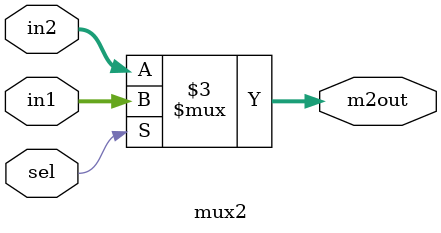
<source format=v>
module mux2 (in1, in2, sel, m2out);
	input[3:0] in1, in2;
	input sel;
	output reg[3:0] m2out;
	
	always @ (in1, in2, sel)
	begin
		if (sel)
			m2out = in1;
		else
			m2out = in2;
	end
endmodule //MUX2
</source>
